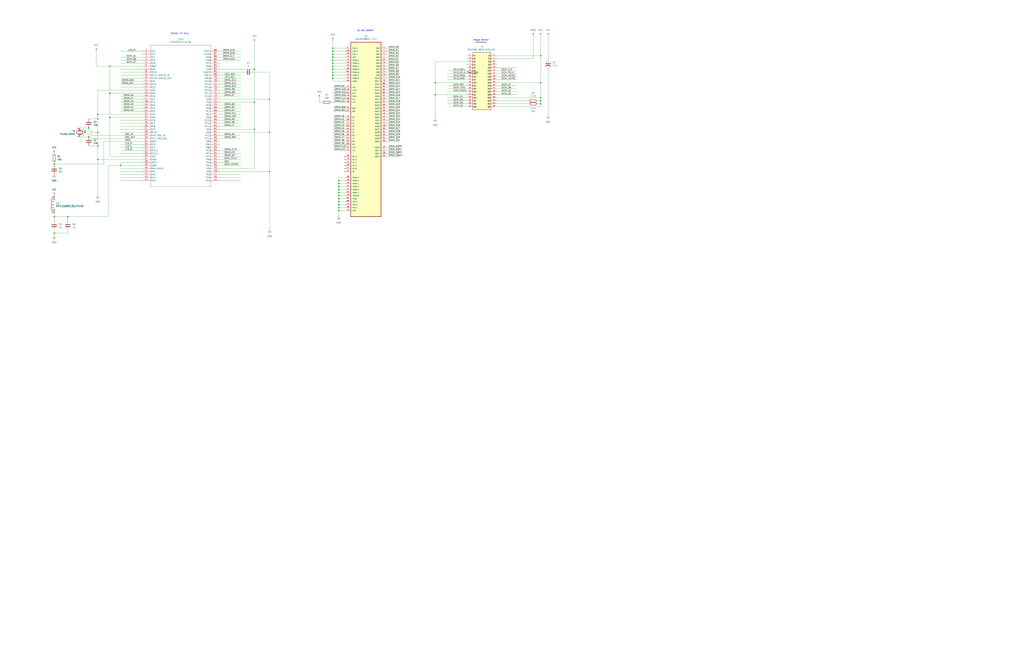
<source format=kicad_sch>
(kicad_sch (version 20231120) (generator "eeschema") (generator_version "8.0")
  (paper "User" 863.6 558.8)
  (junction (at 455.93 69.85))
  (junction (at 285.75 167.64))
  (junction (at 227.33 144.78))
  (junction (at 227.33 83.82))
  (junction (at 227.33 111.76))
  (junction (at 45.72 138.43))
  (junction (at 280.67 50.8))
  (junction (at 285.75 170.18))
  (junction (at 285.75 154.94))
  (junction (at 214.63 109.22))
  (junction (at 455.93 82.55))
  (junction (at 280.67 60.96))
  (junction (at 367.03 69.85))
  (junction (at 285.75 157.48))
  (junction (at 285.75 172.72))
  (junction (at 280.67 45.72))
  (junction (at 280.67 53.34))
  (junction (at 214.63 58.42))
  (junction (at 455.93 87.63))
  (junction (at 214.63 86.36))
  (junction (at 92.71 55.88))
  (junction (at 280.67 66.04))
  (junction (at 285.75 165.1))
  (junction (at 45.72 182.88))
  (junction (at 74.93 107.95))
  (junction (at 92.71 78.74))
  (junction (at 280.67 40.64))
  (junction (at 285.75 177.8))
  (junction (at 82.55 96.52))
  (junction (at 45.72 196.85))
  (junction (at 285.75 175.26))
  (junction (at 285.75 162.56))
  (junction (at 280.67 43.18))
  (junction (at 74.93 115.57))
  (junction (at 92.71 99.06))
  (junction (at 57.15 182.88))
  (junction (at 101.6 139.7))
  (junction (at 82.55 134.62))
  (junction (at 280.67 55.88))
  (junction (at 82.55 123.19))
  (junction (at 285.75 160.02))
  (junction (at 82.55 100.33))
  (junction (at 367.03 80.01))
  (junction (at 280.67 48.26))
  (junction (at 280.67 58.42))
  (junction (at 455.93 85.09))
  (junction (at 455.93 46.99))
  (junction (at 280.67 63.5))
  (junction (at 82.55 111.76))
  (junction (at 285.75 152.4))
  (wire (pts (xy 101.6 86.36) (xy 119.38 86.36)))
  (wire (pts (xy 185.42 78.74) (xy 203.2 78.74)))
  (wire (pts (xy 101.6 109.22) (xy 119.38 109.22)))
  (wire (pts (xy 76.2 113.03) (xy 76.2 116.84)))
  (wire (pts (xy 280.67 40.64) (xy 280.67 43.18)))
  (wire (pts (xy 185.42 116.84) (xy 203.2 116.84)))
  (wire (pts (xy 455.93 82.55) (xy 455.93 69.85)))
  (wire (pts (xy 367.03 52.07) (xy 393.7 52.07)))
  (wire (pts (xy 57.15 182.88) (xy 57.15 186.69)))
  (wire (pts (xy 280.67 63.5) (xy 290.83 63.5)))
  (wire (pts (xy 74.93 107.95) (xy 74.93 110.49)))
  (wire (pts (xy 77.47 110.49) (xy 77.47 114.3)))
  (wire (pts (xy 280.67 99.06) (xy 290.83 99.06)))
  (wire (pts (xy 455.93 46.99) (xy 455.93 69.85)))
  (wire (pts (xy 101.6 152.4) (xy 119.38 152.4)))
  (wire (pts (xy 419.1 90.17) (xy 455.93 90.17)))
  (wire (pts (xy 326.39 40.64) (xy 336.55 40.64)))
  (wire (pts (xy 227.33 60.96) (xy 227.33 83.82)))
  (wire (pts (xy 280.67 55.88) (xy 280.67 58.42)))
  (wire (pts (xy 101.6 53.34) (xy 119.38 53.34)))
  (wire (pts (xy 185.42 71.12) (xy 203.2 71.12)))
  (wire (pts (xy 326.39 63.5) (xy 336.55 63.5)))
  (wire (pts (xy 326.39 127) (xy 336.55 127)))
  (wire (pts (xy 101.6 48.26) (xy 119.38 48.26)))
  (wire (pts (xy 377.19 67.31) (xy 393.7 67.31)))
  (wire (pts (xy 326.39 104.14) (xy 336.55 104.14)))
  (wire (pts (xy 45.72 196.85) (xy 45.72 194.31)))
  (wire (pts (xy 326.39 43.18) (xy 336.55 43.18)))
  (wire (pts (xy 326.39 96.52) (xy 336.55 96.52)))
  (wire (pts (xy 326.39 81.28) (xy 336.55 81.28)))
  (wire (pts (xy 326.39 76.2) (xy 336.55 76.2)))
  (wire (pts (xy 280.67 60.96) (xy 290.83 60.96)))
  (wire (pts (xy 377.19 77.47) (xy 393.7 77.47)))
  (wire (pts (xy 92.71 55.88) (xy 119.38 55.88)))
  (wire (pts (xy 101.6 127) (xy 119.38 127)))
  (wire (pts (xy 419.1 67.31) (xy 435.61 67.31)))
  (wire (pts (xy 45.72 180.34) (xy 45.72 182.88)))
  (wire (pts (xy 367.03 100.33) (xy 367.03 80.01)))
  (wire (pts (xy 185.42 144.78) (xy 227.33 144.78)))
  (wire (pts (xy 419.1 72.39) (xy 435.61 72.39)))
  (wire (pts (xy 280.67 40.64) (xy 290.83 40.64)))
  (wire (pts (xy 326.39 71.12) (xy 336.55 71.12)))
  (wire (pts (xy 214.63 58.42) (xy 214.63 86.36)))
  (wire (pts (xy 185.42 86.36) (xy 214.63 86.36)))
  (wire (pts (xy 280.67 66.04) (xy 290.83 66.04)))
  (wire (pts (xy 101.6 93.98) (xy 119.38 93.98)))
  (wire (pts (xy 419.1 74.93) (xy 435.61 74.93)))
  (wire (pts (xy 185.42 83.82) (xy 227.33 83.82)))
  (wire (pts (xy 280.67 53.34) (xy 280.67 55.88)))
  (wire (pts (xy 419.1 62.23) (xy 435.61 62.23)))
  (wire (pts (xy 101.6 50.8) (xy 119.38 50.8)))
  (wire (pts (xy 185.42 147.32) (xy 203.2 147.32)))
  (wire (pts (xy 285.75 175.26) (xy 290.83 175.26)))
  (wire (pts (xy 227.33 144.78) (xy 227.33 194.31)))
  (wire (pts (xy 280.67 48.26) (xy 290.83 48.26)))
  (wire (pts (xy 280.67 83.82) (xy 290.83 83.82)))
  (wire (pts (xy 455.93 90.17) (xy 455.93 87.63)))
  (wire (pts (xy 326.39 111.76) (xy 336.55 111.76)))
  (wire (pts (xy 74.93 123.19) (xy 82.55 123.19)))
  (wire (pts (xy 285.75 154.94) (xy 290.83 154.94)))
  (wire (pts (xy 280.67 48.26) (xy 280.67 50.8)))
  (wire (pts (xy 101.6 81.28) (xy 119.38 81.28)))
  (wire (pts (xy 214.63 86.36) (xy 214.63 109.22)))
  (wire (pts (xy 87.63 119.38) (xy 87.63 138.43)))
  (wire (pts (xy 185.42 63.5) (xy 203.2 63.5)))
  (wire (pts (xy 185.42 81.28) (xy 203.2 81.28)))
  (wire (pts (xy 185.42 73.66) (xy 203.2 73.66)))
  (wire (pts (xy 45.72 182.88) (xy 57.15 182.88)))
  (wire (pts (xy 285.75 175.26) (xy 285.75 177.8)))
  (wire (pts (xy 101.6 149.86) (xy 119.38 149.86)))
  (wire (pts (xy 280.67 45.72) (xy 290.83 45.72)))
  (wire (pts (xy 101.6 83.82) (xy 119.38 83.82)))
  (wire (pts (xy 67.31 107.95) (xy 74.93 107.95)))
  (wire (pts (xy 419.1 57.15) (xy 435.61 57.15)))
  (wire (pts (xy 280.67 76.2) (xy 290.83 76.2)))
  (wire (pts (xy 92.71 132.08) (xy 92.71 99.06)))
  (wire (pts (xy 285.75 167.64) (xy 285.75 170.18)))
  (wire (pts (xy 285.75 160.02) (xy 285.75 162.56)))
  (wire (pts (xy 185.42 134.62) (xy 203.2 134.62)))
  (wire (pts (xy 453.39 87.63) (xy 455.93 87.63)))
  (wire (pts (xy 76.2 116.84) (xy 119.38 116.84)))
  (wire (pts (xy 419.1 80.01) (xy 435.61 80.01)))
  (wire (pts (xy 82.55 100.33) (xy 82.55 96.52)))
  (wire (pts (xy 326.39 99.06) (xy 336.55 99.06)))
  (wire (pts (xy 419.1 46.99) (xy 455.93 46.99)))
  (wire (pts (xy 419.1 85.09) (xy 445.77 85.09)))
  (wire (pts (xy 74.93 113.03) (xy 74.93 115.57)))
  (wire (pts (xy 101.6 144.78) (xy 119.38 144.78)))
  (wire (pts (xy 455.93 87.63) (xy 455.93 85.09)))
  (wire (pts (xy 101.6 43.18) (xy 119.38 43.18)))
  (wire (pts (xy 185.42 93.98) (xy 203.2 93.98)))
  (wire (pts (xy 101.6 68.58) (xy 119.38 68.58)))
  (wire (pts (xy 280.67 119.38) (xy 290.83 119.38)))
  (wire (pts (xy 101.6 101.6) (xy 119.38 101.6)))
  (wire (pts (xy 101.6 137.16) (xy 101.6 139.7)))
  (wire (pts (xy 280.67 34.29) (xy 280.67 40.64)))
  (wire (pts (xy 269.24 82.55) (xy 269.24 86.36)))
  (wire (pts (xy 101.6 60.96) (xy 119.38 60.96)))
  (wire (pts (xy 67.31 115.57) (xy 74.93 115.57)))
  (wire (pts (xy 101.6 91.44) (xy 119.38 91.44)))
  (wire (pts (xy 419.1 59.69) (xy 435.61 59.69)))
  (wire (pts (xy 455.93 30.48) (xy 455.93 46.99)))
  (wire (pts (xy 453.39 85.09) (xy 455.93 85.09)))
  (wire (pts (xy 377.19 90.17) (xy 393.7 90.17)))
  (wire (pts (xy 280.67 106.68) (xy 290.83 106.68)))
  (wire (pts (xy 326.39 45.72) (xy 336.55 45.72)))
  (wire (pts (xy 101.6 73.66) (xy 119.38 73.66)))
  (wire (pts (xy 77.47 114.3) (xy 119.38 114.3)))
  (wire (pts (xy 185.42 149.86) (xy 203.2 149.86)))
  (wire (pts (xy 279.4 86.36) (xy 290.83 86.36)))
  (wire (pts (xy 377.19 87.63) (xy 393.7 87.63)))
  (wire (pts (xy 101.6 111.76) (xy 119.38 111.76)))
  (wire (pts (xy 280.67 60.96) (xy 280.67 63.5)))
  (wire (pts (xy 101.6 106.68) (xy 119.38 106.68)))
  (wire (pts (xy 227.33 83.82) (xy 227.33 111.76)))
  (wire (pts (xy 45.72 138.43) (xy 45.72 139.7)))
  (wire (pts (xy 462.28 58.42) (xy 462.28 97.79)))
  (wire (pts (xy 377.19 62.23) (xy 393.7 62.23)))
  (wire (pts (xy 214.63 58.42) (xy 214.63 35.56)))
  (wire (pts (xy 185.42 127) (xy 203.2 127)))
  (wire (pts (xy 101.6 139.7) (xy 119.38 139.7)))
  (wire (pts (xy 185.42 114.3) (xy 203.2 114.3)))
  (wire (pts (xy 269.24 86.36) (xy 271.78 86.36)))
  (wire (pts (xy 280.67 58.42) (xy 290.83 58.42)))
  (wire (pts (xy 377.19 64.77) (xy 393.7 64.77)))
  (wire (pts (xy 377.19 59.69) (xy 393.7 59.69)))
  (wire (pts (xy 72.39 111.76) (xy 82.55 111.76)))
  (wire (pts (xy 326.39 109.22) (xy 336.55 109.22)))
  (wire (pts (xy 185.42 139.7) (xy 203.2 139.7)))
  (wire (pts (xy 185.42 152.4) (xy 203.2 152.4)))
  (wire (pts (xy 214.63 109.22) (xy 214.63 142.24)))
  (wire (pts (xy 82.55 96.52) (xy 119.38 96.52)))
  (wire (pts (xy 280.67 55.88) (xy 290.83 55.88)))
  (wire (pts (xy 326.39 58.42) (xy 336.55 58.42)))
  (wire (pts (xy 285.75 152.4) (xy 285.75 154.94)))
  (wire (pts (xy 367.03 69.85) (xy 393.7 69.85)))
  (wire (pts (xy 92.71 132.08) (xy 119.38 132.08)))
  (wire (pts (xy 280.67 43.18) (xy 280.67 45.72)))
  (wire (pts (xy 280.67 43.18) (xy 290.83 43.18)))
  (wire (pts (xy 74.93 100.33) (xy 82.55 100.33)))
  (wire (pts (xy 285.75 165.1) (xy 290.83 165.1)))
  (wire (pts (xy 326.39 73.66) (xy 336.55 73.66)))
  (wire (pts (xy 280.67 68.58) (xy 290.83 68.58)))
  (wire (pts (xy 101.6 142.24) (xy 119.38 142.24)))
  (wire (pts (xy 326.39 50.8) (xy 336.55 50.8)))
  (wire (pts (xy 185.42 101.6) (xy 203.2 101.6)))
  (wire (pts (xy 81.28 55.88) (xy 92.71 55.88)))
  (wire (pts (xy 185.42 50.8) (xy 203.2 50.8)))
  (wire (pts (xy 185.42 109.22) (xy 214.63 109.22)))
  (wire (pts (xy 326.39 53.34) (xy 336.55 53.34)))
  (wire (pts (xy 101.6 88.9) (xy 119.38 88.9)))
  (wire (pts (xy 185.42 111.76) (xy 227.33 111.76)))
  (wire (pts (xy 377.19 74.93) (xy 393.7 74.93)))
  (wire (pts (xy 185.42 43.18) (xy 203.2 43.18)))
  (wire (pts (xy 367.03 80.01) (xy 393.7 80.01)))
  (wire (pts (xy 57.15 194.31) (xy 57.15 196.85)))
  (wire (pts (xy 280.67 58.42) (xy 280.67 60.96)))
  (wire (pts (xy 101.6 129.54) (xy 119.38 129.54)))
  (wire (pts (xy 280.67 104.14) (xy 290.83 104.14)))
  (wire (pts (xy 285.75 162.56) (xy 285.75 165.1)))
  (wire (pts (xy 82.55 96.52) (xy 82.55 76.2)))
  (wire (pts (xy 326.39 60.96) (xy 336.55 60.96)))
  (wire (pts (xy 82.55 111.76) (xy 82.55 100.33)))
  (wire (pts (xy 82.55 123.19) (xy 82.55 111.76)))
  (wire (pts (xy 185.42 60.96) (xy 205.74 60.96)))
  (wire (pts (xy 185.42 142.24) (xy 214.63 142.24)))
  (wire (pts (xy 326.39 55.88) (xy 336.55 55.88)))
  (wire (pts (xy 82.55 134.62) (xy 119.38 134.62)))
  (wire (pts (xy 285.75 177.8) (xy 285.75 182.88)))
  (wire (pts (xy 462.28 30.48) (xy 462.28 50.8)))
  (wire (pts (xy 326.39 124.46) (xy 336.55 124.46)))
  (wire (pts (xy 74.93 113.03) (xy 76.2 113.03)))
  (wire (pts (xy 326.39 101.6) (xy 336.55 101.6)))
  (wire (pts (xy 326.39 88.9) (xy 336.55 88.9)))
  (wire (pts (xy 185.42 137.16) (xy 203.2 137.16)))
  (wire (pts (xy 185.42 132.08) (xy 203.2 132.08)))
  (wire (pts (xy 326.39 68.58) (xy 336.55 68.58)))
  (wire (pts (xy 185.42 45.72) (xy 203.2 45.72)))
  (wire (pts (xy 92.71 78.74) (xy 119.38 78.74)))
  (wire (pts (xy 280.67 101.6) (xy 290.83 101.6)))
  (wire (pts (xy 326.39 86.36) (xy 336.55 86.36)))
  (wire (pts (xy 74.93 110.49) (xy 77.47 110.49)))
  (wire (pts (xy 280.67 127) (xy 290.83 127)))
  (wire (pts (xy 285.75 162.56) (xy 290.83 162.56)))
  (wire (pts (xy 280.67 81.28) (xy 290.83 81.28)))
  (wire (pts (xy 377.19 72.39) (xy 393.7 72.39)))
  (wire (pts (xy 326.39 114.3) (xy 336.55 114.3)))
  (wire (pts (xy 213.36 60.96) (xy 227.33 60.96)))
  (wire (pts (xy 82.55 76.2) (xy 119.38 76.2)))
  (wire (pts (xy 285.75 160.02) (xy 290.83 160.02)))
  (wire (pts (xy 285.75 172.72) (xy 285.75 175.26)))
  (wire (pts (xy 326.39 129.54) (xy 336.55 129.54)))
  (wire (pts (xy 285.75 154.94) (xy 285.75 157.48)))
  (wire (pts (xy 419.1 87.63) (xy 445.77 87.63)))
  (wire (pts (xy 285.75 170.18) (xy 285.75 172.72)))
  (wire (pts (xy 101.6 63.5) (xy 119.38 63.5)))
  (wire (pts (xy 101.6 104.14) (xy 119.38 104.14)))
  (wire (pts (xy 419.1 82.55) (xy 455.93 82.55)))
  (wire (pts (xy 280.67 116.84) (xy 290.83 116.84)))
  (wire (pts (xy 326.39 66.04) (xy 336.55 66.04)))
  (wire (pts (xy 101.6 147.32) (xy 119.38 147.32)))
  (wire (pts (xy 326.39 48.26) (xy 336.55 48.26)))
  (wire (pts (xy 455.93 85.09) (xy 455.93 82.55)))
  (wire (pts (xy 227.33 111.76) (xy 227.33 144.78)))
  (wire (pts (xy 280.67 93.98) (xy 290.83 93.98)))
  (wire (pts (xy 185.42 96.52) (xy 203.2 96.52)))
  (wire (pts (xy 185.42 106.68) (xy 203.2 106.68)))
  (wire (pts (xy 92.71 99.06) (xy 119.38 99.06)))
  (wire (pts (xy 101.6 137.16) (xy 119.38 137.16)))
  (wire (pts (xy 185.42 99.06) (xy 203.2 99.06)))
  (wire (pts (xy 101.6 121.92) (xy 119.38 121.92)))
  (wire (pts (xy 91.44 139.7) (xy 91.44 182.88)))
  (wire (pts (xy 185.42 68.58) (xy 203.2 68.58)))
  (wire (pts (xy 326.39 119.38) (xy 336.55 119.38)))
  (wire (pts (xy 285.75 165.1) (xy 285.75 167.64)))
  (wire (pts (xy 280.67 124.46) (xy 290.83 124.46)))
  (wire (pts (xy 280.67 50.8) (xy 280.67 53.34)))
  (wire (pts (xy 285.75 157.48) (xy 285.75 160.02)))
  (wire (pts (xy 326.39 83.82) (xy 336.55 83.82)))
  (wire (pts (xy 280.67 53.34) (xy 290.83 53.34)))
  (wire (pts (xy 82.55 134.62) (xy 82.55 123.19)))
  (wire (pts (xy 101.6 58.42) (xy 119.38 58.42)))
  (wire (pts (xy 101.6 124.46) (xy 119.38 124.46)))
  (wire (pts (xy 419.1 77.47) (xy 435.61 77.47)))
  (wire (pts (xy 326.39 93.98) (xy 336.55 93.98)))
  (wire (pts (xy 280.67 111.76) (xy 290.83 111.76)))
  (wire (pts (xy 185.42 88.9) (xy 203.2 88.9)))
  (wire (pts (xy 285.75 170.18) (xy 290.83 170.18)))
  (wire (pts (xy 45.72 137.16) (xy 45.72 138.43)))
  (wire (pts (xy 367.03 80.01) (xy 367.03 69.85)))
  (wire (pts (xy 419.1 69.85) (xy 455.93 69.85)))
  (wire (pts (xy 101.6 71.12) (xy 119.38 71.12)))
  (wire (pts (xy 81.28 43.18) (xy 81.28 55.88)))
  (wire (pts (xy 101.6 66.04) (xy 119.38 66.04)))
  (wire (pts (xy 92.71 78.74) (xy 92.71 55.88)))
  (wire (pts (xy 280.67 73.66) (xy 290.83 73.66)))
  (wire (pts (xy 280.67 91.44) (xy 290.83 91.44)))
  (wire (pts (xy 185.42 48.26) (xy 203.2 48.26)))
  (wire (pts (xy 377.19 85.09) (xy 393.7 85.09)))
  (wire (pts (xy 285.75 152.4) (xy 290.83 152.4)))
  (wire (pts (xy 367.03 69.85) (xy 367.03 52.07)))
  (wire (pts (xy 119.38 119.38) (xy 87.63 119.38)))
  (wire (pts (xy 45.72 199.39) (xy 45.72 196.85)))
  (wire (pts (xy 280.67 121.92) (xy 290.83 121.92)))
  (wire (pts (xy 285.75 172.72) (xy 290.83 172.72)))
  (wire (pts (xy 285.75 167.64) (xy 290.83 167.64)))
  (wire (pts (xy 185.42 58.42) (xy 214.63 58.42)))
  (wire (pts (xy 280.67 63.5) (xy 280.67 66.04)))
  (wire (pts (xy 290.83 149.86) (xy 285.75 149.86)))
  (wire (pts (xy 285.75 177.8) (xy 290.83 177.8)))
  (wire (pts (xy 326.39 106.68) (xy 336.55 106.68)))
  (wire (pts (xy 326.39 132.08) (xy 336.55 132.08)))
  (wire (pts (xy 419.1 64.77) (xy 435.61 64.77)))
  (wire (pts (xy 377.19 82.55) (xy 393.7 82.55)))
  (wire (pts (xy 326.39 91.44) (xy 336.55 91.44)))
  (wire (pts (xy 419.1 49.53) (xy 449.58 49.53)))
  (wire (pts (xy 280.67 109.22) (xy 290.83 109.22)))
  (wire (pts (xy 285.75 157.48) (xy 290.83 157.48)))
  (wire (pts (xy 185.42 129.54) (xy 203.2 129.54)))
  (wire (pts (xy 101.6 139.7) (xy 91.44 139.7)))
  (wire (pts (xy 185.42 104.14) (xy 203.2 104.14)))
  (wire (pts (xy 82.55 165.1) (xy 82.55 134.62)))
  (wire (pts (xy 57.15 196.85) (xy 45.72 196.85)))
  (wire (pts (xy 280.67 50.8) (xy 290.83 50.8)))
  (wire (pts (xy 280.67 78.74) (xy 290.83 78.74)))
  (wire (pts (xy 280.67 114.3) (xy 290.83 114.3)))
  (wire (pts (xy 280.67 66.04) (xy 280.67 68.58)))
  (wire (pts (xy 280.67 45.72) (xy 280.67 48.26)))
  (wire (pts (xy 91.44 182.88) (xy 57.15 182.88)))
  (wire (pts (xy 449.58 30.48) (xy 449.58 49.53)))
  (wire (pts (xy 326.39 116.84) (xy 336.55 116.84)))
  (wire (pts (xy 285.75 149.86) (xy 285.75 152.4)))
  (wire (pts (xy 185.42 66.04) (xy 203.2 66.04)))
  (wire (pts (xy 92.71 99.06) (xy 92.71 78.74)))
  (wire (pts (xy 326.39 78.74) (xy 336.55 78.74)))
  (wire (pts (xy 45.72 182.88) (xy 45.72 186.69)))
  (wire (pts (xy 185.42 91.44) (xy 203.2 91.44)))
  (wire (pts (xy 185.42 76.2) (xy 203.2 76.2)))
  (wire (pts (xy 87.63 138.43) (xy 45.72 138.43)))
  (text "STM32-H7 MCU" (at 151.638 28.448 0) (effects (font (size 1.27 1.27))))
  (text "Image Sensor\nConnector" (at 405.638 34.798 0) (effects (font (size 1.27 1.27))))
  (text "32-Bit SDRAM\n" (at 308.102 25.908 0) (effects (font (size 1.27 1.27))))
  (label "DRAM_CLK" (at 281.94 83.82 0))
  (label "DCMI_HSYNC" (at 189.23 139.7 0))
  (label "DRAM_A4" (at 104.14 91.44 0))
  (label "DRAM_A8" (at 189.23 104.14 0))
  (label "DRAM_D11" (at 189.23 71.12 0))
  (label "LED_IR" (at 107.95 43.18 0))
  (label "DCMI_PCLK" (at 422.91 62.23 0))
  (label "DCMI_FSIN" (at 382.27 74.93 0))
  (label "DRAM_BA1" (at 281.94 93.98 0))
  (label "DRAM_A11" (at 281.94 127 0))
  (label "DRAM_D19" (at 327.66 88.9 0))
  (label "DRAM_D15" (at 327.66 78.74 0))
  (label "DCMI_D1" (at 382.27 82.55 0))
  (label "DCMI_D4" (at 106.68 48.26 0))
  (label "DRAM_D23" (at 327.66 99.06 0))
  (label "DRAM_D27" (at 327.66 109.22 0))
  (label "DRAM_D4" (at 189.23 93.98 0))
  (label "DRAM_D18" (at 187.96 45.72 0))
  (label "DCMI_D6" (at 106.68 50.8 0))
  (label "DRAM_D9" (at 327.66 63.5 0))
  (label "LED_R" (at 105.41 121.92 0))
  (label "DRAM_A2" (at 104.14 86.36 0))
  (label "DRAM_CS" (at 281.94 86.36 0))
  (label "DRAM_A0" (at 281.94 99.06 0))
  (label "DCMI_D5" (at 382.27 87.63 0))
  (label "DRAM_D8" (at 327.66 60.96 0))
  (label "DRAM_D9" (at 189.23 76.2 0))
  (label "DRAM_A8" (at 281.94 119.38 0))
  (label "LED_B" (at 105.41 127 0))
  (label "I2C2_SCL" (at 189.23 66.04 0))
  (label "OSC_IN" (at 105.41 114.3 0))
  (label "DRAM_WE" (at 189.23 132.08 0))
  (label "DRAM_A9" (at 281.94 121.92 0))
  (label "DRAM_BA0" (at 281.94 91.44 0))
  (label "DRAM_D2" (at 327.66 45.72 0))
  (label "DRAM_A6" (at 281.94 114.3 0))
  (label "SPI3_SCLK{slash}TRACESWO" (at 382.27 62.23 0))
  (label "DCMI_D3" (at 422.91 80.01 0))
  (label "DRAM_D20" (at 327.66 91.44 0))
  (label "DRAM_RAS" (at 189.23 116.84 0))
  (label "DRAM_D11" (at 327.66 68.58 0))
  (label "DRAM_D10" (at 189.23 73.66 0))
  (label "DRAM_D6" (at 327.66 55.88 0))
  (label "DRAM_DQM1" (at 327.66 127 0))
  (label "DRAM_D17" (at 327.66 83.82 0))
  (label "DRAM_D16" (at 187.96 50.8 0))
  (label "DRAM_D30" (at 327.66 116.84 0))
  (label "DRAM_D19" (at 187.96 43.18 0))
  (label "DRAM_A5" (at 281.94 111.76 0))
  (label "DRAM_A11" (at 189.23 96.52 0))
  (label "DRAM_A5" (at 104.14 93.98 0))
  (label "DCMI_D6" (at 422.91 74.93 0))
  (label "DRAM_D4" (at 327.66 50.8 0))
  (label "DRAM_D22" (at 327.66 96.52 0))
  (label "DCMI_PWDN" (at 382.27 77.47 0))
  (label "DRAM_CLKE" (at 189.23 127 0))
  (label "DRAM_D14" (at 327.66 76.2 0))
  (label "DRAM_D5" (at 327.66 53.34 0))
  (label "DRAM_D8" (at 189.23 78.74 0))
  (label "DRAM_D21" (at 327.66 93.98 0))
  (label "DRAM_D25" (at 327.66 104.14 0))
  (label "DRAM_A2" (at 281.94 104.14 0))
  (label "DAC" (at 189.23 137.16 0))
  (label "DRAM_D31" (at 102.87 71.12 0))
  (label "DRAM_A10" (at 281.94 124.46 0))
  (label "DRAM_D29" (at 327.66 114.3 0))
  (label "DRAM_D26" (at 327.66 106.68 0))
  (label "DRAM_A9" (at 189.23 101.6 0))
  (label "DRAM_D31" (at 327.66 119.38 0))
  (label "DCMI_PCLK" (at 189.23 134.62 0))
  (label "NRST" (at 105.41 119.38 0))
  (label "DRAM_RAS" (at 281.94 81.28 0))
  (label "I2C2_SDA" (at 189.23 63.5 0))
  (label "DRAM_D5" (at 189.23 91.44 0))
  (label "DRAM_A7" (at 189.23 106.68 0))
  (label "DRAM_DQM3" (at 327.66 132.08 0))
  (label "DRAM_D3" (at 327.66 48.26 0))
  (label "DRAM_DQM0" (at 327.66 124.46 0))
  (label "DRAM_DQM2" (at 327.66 129.54 0))
  (label "DRAM_A1" (at 104.14 83.82 0))
  (label "SPI3_MOSI" (at 382.27 67.31 0))
  (label "DRAM_A3" (at 281.94 106.68 0))
  (label "DRAM_D17" (at 187.96 48.26 0))
  (label "SPI3_MISO" (at 382.27 64.77 0))
  (label "DCMI_VSYNC" (at 422.91 64.77 0))
  (label "DRAM_D16" (at 327.66 81.28 0))
  (label "DRAM_D24" (at 327.66 101.6 0))
  (label "DRAM_A6" (at 189.23 114.3 0))
  (label "DCMI_CLK" (at 422.91 59.69 0))
  (label "DRAM_D12" (at 189.23 68.58 0))
  (label "DRAM_D7" (at 327.66 58.42 0))
  (label "DRAM_A3" (at 104.14 88.9 0))
  (label "DRAM_D1" (at 327.66 43.18 0))
  (label "DRAM_D7" (at 189.23 81.28 0))
  (label "OSC_OUT" (at 105.41 116.84 0))
  (label "LED_G" (at 105.41 124.46 0))
  (label "DRAM_D10" (at 327.66 66.04 0))
  (label "DRAM_D12" (at 327.66 71.12 0))
  (label "DRAM_D0" (at 327.66 40.64 0))
  (label "DRAM_D30" (at 102.87 68.58 0))
  (label "DCMI_D0" (at 382.27 85.09 0))
  (label "DCMI_HSYNC" (at 422.91 67.31 0))
  (label "DRAM_CS" (at 189.23 129.54 0))
  (label "DRAM_D18" (at 327.66 86.36 0))
  (label "DCMI_RST" (at 382.27 72.39 0))
  (label "DRAM_A10" (at 189.23 99.06 0))
  (label "DCMI_D7" (at 422.91 72.39 0))
  (label "DCMI_D2" (at 382.27 90.17 0))
  (label "DCMI_D7" (at 106.68 53.34 0))
  (label "DRAM_A7" (at 281.94 116.84 0))
  (label "SPI3_SSEL" (at 382.27 59.69 0))
  (label "DRAM_A0" (at 104.14 81.28 0))
  (label "DRAM_A4" (at 281.94 109.22 0))
  (label "DRAM_D28" (at 327.66 111.76 0))
  (label "DCMI_D4" (at 422.91 77.47 0))
  (label "DRAM_CKE" (at 281.94 78.74 0))
  (label "DRAM_D13" (at 327.66 73.66 0))
  (label "DRAM_D6" (at 189.23 88.9 0))
  (label "DRAM_A1" (at 281.94 101.6 0))
  (label "DRAM_CAS" (at 281.94 76.2 0))
  (label "DRAM_WE" (at 281.94 73.66 0))
  (symbol (lib_id "power:VCC") (at 45.72 129.54 0) (unit 1)
    (property "Reference" "#PWR011" (effects (hide yes)))
    (property "Value" "VCC" (at 45.72 124.46 0))
    (property "Description" "Power symbol creates a global label with name \"VCC\"" (effects (hide yes)))
  )
  (symbol (lib_id "power:GND") (at 45.72 147.32 0) (unit 1)
    (property "Reference" "#PWR012" (effects (hide yes)))
    (property "Value" "GND" (at 45.72 152.4 0))
    (property "Description" "Power symbol creates a global label with name \"GND\" , ground" (effects (hide yes)))
  )
  (symbol (lib_id "DF12NB-36DS-0.5V_51_:DF12NB-36DS-0.5V_51_") (at 406.4 69.85 0) (unit 1)
    (property "Reference" "J1" (at 406.4 39.37 0))
    (property "Value" "DF12NB-36DS-0.5V_51_" (at 406.4 41.91 0))
    (property "Footprint" "DF12NB-36DS-0.5V_51_:HRS_DF12NB-36DS-0.5V_51_" (effects (hide yes)))
    (property "MANUFACTURER" "HRS" (effects (hide yes)))
  )
  (symbol (lib_id "2024-09-28_20-43-17:STM32H743IIT6") (at 119.38 43.18 0) (unit 1)
    (property "Reference" "U1" (at 152.4 33.02 0) (effects (font (size 1.524 1.524))))
    (property "Value" "STM32H743IIT6" (at 152.4 35.56 0) (effects (font (size 1.524 1.524))))
    (property "Footprint" "LQFP176-24x24mm" (effects (hide yes)))
    (property "Datasheet" "STM32H743IIT6" (effects (hide yes)))
  )
  (symbol (lib_id "power:VCC") (at 45.72 165.1 0) (unit 1)
    (property "Reference" "#PWR013" (effects (hide yes)))
    (property "Value" "VCC" (at 45.72 160.02 0))
    (property "Description" "Power symbol creates a global label with name \"VCC\"" (effects (hide yes)))
  )
  (symbol (lib_id "Device:C") (at 45.72 143.51 0) (unit 1)
    (property "Reference" "C4" (at 49.53 142.2399 0) (effects (justify left)))
    (property "Value" "1u" (at 49.53 144.7799 0) (effects (justify left)))
    (property "Description" "Unpolarized capacitor" (effects (hide yes)))
  )
  (symbol (lib_id "power:GND") (at 45.72 199.39 0) (unit 1)
    (property "Reference" "#PWR014" (effects (hide yes)))
    (property "Value" "GND" (at 45.72 204.47 0))
    (property "Description" "Power symbol creates a global label with name \"GND\" , ground" (effects (hide yes)))
  )
  (symbol (lib_id "power:VDDA") (at 449.58 30.48 0) (unit 1)
    (property "Reference" "#PWR04" (effects (hide yes)))
    (property "Value" "VDDA" (at 449.58 25.4 0))
    (property "Description" "Power symbol creates a global label with name \"VDDA\"" (effects (hide yes)))
  )
  (symbol (lib_id "power:VCC") (at 81.28 43.18 0) (unit 1)
    (property "Reference" "#PWR09" (effects (hide yes)))
    (property "Value" "VCC" (at 81.28 38.1 0))
    (property "Description" "Power symbol creates a global label with name \"VCC\"" (effects (hide yes)))
  )
  (symbol (lib_id "IS42S32800J-7TLI:IS42S32800J-7TLI") (at 308.61 106.68 0) (unit 1)
    (property "Reference" "U2" (at 308.61 30.48 0))
    (property "Value" "IS42S32800J-7TLI" (at 308.61 33.02 0))
    (property "Footprint" "IS42S32800J-7TLI:SOP50P1176X120-86N" (effects (hide yes)))
    (property "MF" "ISSI" (effects (hide yes)))
    (property "Description_1" "\nSDRAM Memory IC 256Mb (8M x 32) Parallel 143 MHz 5.4 ns 86-TSOP II\n" (effects (hide yes)))
    (property "PACKAGE" "TSOP-86" (effects (hide yes)))
    (property "MPN" "IS42S32800J-7TLI" (effects (hide yes)))
    (property "Price" "None" (effects (hide yes)))
    (property "Package" "TSOP-86 ISSI" (effects (hide yes)))
    (property "OC_FARNELL" "1869964" (effects (hide yes)))
    (property "SnapEDA_Link" "https://www.snapeda.com/parts/IS42S32800J-7TLI/ISSI/view-part/?ref=snap" (effects (hide yes)))
    (property "MP" "IS42S32800J-7TLI" (effects (hide yes)))
    (property "SUPPLIER" "INTEGRATED SILICON SOLUTION (ISSI)" (effects (hide yes)))
    (property "OC_NEWARK" "32T7404" (effects (hide yes)))
    (property "Availability" "In Stock" (effects (hide yes)))
    (property "Check_prices" "https://www.snapeda.com/parts/IS42S32800J-7TLI/ISSI/view-part/?ref=eda" (effects (hide yes)))
  )
  (symbol (lib_id "power:VCC") (at 462.28 30.48 0) (unit 1)
    (property "Reference" "#PWR06" (effects (hide yes)))
    (property "Value" "VCC" (at 462.28 25.4 0))
    (property "Description" "Power symbol creates a global label with name \"VCC\"" (effects (hide yes)))
  )
  (symbol (lib_id "Device:R") (at 449.58 87.63 270) (mirror x) (unit 1)
    (property "Reference" "R3" (at 449.58 93.98 90))
    (property "Value" "4.7k" (at 449.58 91.44 90))
    (property "Description" "Resistor" (effects (hide yes)))
  )
  (symbol (lib_id "power:VCC") (at 269.24 82.55 0) (unit 1)
    (property "Reference" "#PWR03" (effects (hide yes)))
    (property "Value" "VCC" (at 269.24 77.47 0))
    (property "Description" "Power symbol creates a global label with name \"VCC\"" (effects (hide yes)))
  )
  (symbol (lib_id "power:GND") (at 227.33 194.31 0) (unit 1)
    (property "Reference" "#PWR016" (effects (hide yes)))
    (property "Value" "GND" (at 227.33 199.39 0))
    (property "Description" "Power symbol creates a global label with name \"GND\" , ground" (effects (hide yes)))
  )
  (symbol (lib_id "power:GND") (at 285.75 182.88 0) (unit 1)
    (property "Reference" "#PWR02" (effects (hide yes)))
    (property "Value" "GND" (at 285.75 187.96 0))
    (property "Description" "Power symbol creates a global label with name \"GND\" , ground" (effects (hide yes)))
  )
  (symbol (lib_id "Device:C") (at 45.72 190.5 0) (unit 1)
    (property "Reference" "C5" (at 49.53 189.2299 0) (effects (justify left)))
    (property "Value" "1u" (at 49.53 191.7699 0) (effects (justify left)))
    (property "Description" "Unpolarized capacitor" (effects (hide yes)))
  )
  (symbol (lib_id "power:GND") (at 367.03 100.33 0) (unit 1)
    (property "Reference" "#PWR08" (effects (hide yes)))
    (property "Value" "GND" (at 367.03 105.41 0))
    (property "Description" "Power symbol creates a global label with name \"GND\" , ground" (effects (hide yes)))
  )
  (symbol (lib_id "Device:R") (at 45.72 133.35 180) (unit 1)
    (property "Reference" "R4" (at 48.26 132.0799 0) (effects (justify right)))
    (property "Value" "10K" (at 48.26 134.6199 0) (effects (justify right)))
    (property "Description" "Resistor" (effects (hide yes)))
  )
  (symbol (lib_id "Device:C") (at 57.15 190.5 0) (unit 1)
    (property "Reference" "C6" (at 60.96 189.2299 0) (effects (justify left)))
    (property "Value" ".1u" (at 60.96 191.7699 0) (effects (justify left)))
    (property "Description" "Unpolarized capacitor" (effects (hide yes)))
  )
  (symbol (lib_id "power:VCC") (at 214.63 35.56 0) (unit 1)
    (property "Reference" "#PWR015" (effects (hide yes)))
    (property "Value" "VCC" (at 214.63 30.48 0))
    (property "Description" "Power symbol creates a global label with name \"VCC\"" (effects (hide yes)))
  )
  (symbol (lib_id "Device:C") (at 74.93 119.38 0) (unit 1)
    (property "Reference" "C2" (at 78.74 118.1099 0) (effects (justify left)))
    (property "Value" "12p" (at 78.74 120.6499 0) (effects (justify left)))
    (property "Description" "Unpolarized capacitor" (effects (hide yes)))
  )
  (symbol (lib_id "Device:R") (at 449.58 85.09 270) (unit 1)
    (property "Reference" "R2" (at 449.834 78.486 90))
    (property "Value" "4.7k" (at 449.834 81.026 90))
    (property "Description" "Resistor" (effects (hide yes)))
  )
  (symbol (lib_id "Device:R") (at 275.59 86.36 90) (unit 1)
    (property "Reference" "R1" (at 275.59 80.01 90))
    (property "Value" "10K" (at 275.59 82.55 90))
    (property "Description" "Resistor" (effects (hide yes)))
  )
  (symbol (lib_id "power:GND") (at 462.28 97.79 0) (unit 1)
    (property "Reference" "#PWR07" (effects (hide yes)))
    (property "Value" "GND" (at 462.28 102.87 0))
    (property "Description" "Power symbol creates a global label with name \"GND\" , ground" (effects (hide yes)))
  )
  (symbol (lib_id "Device:C_Polarized_US") (at 462.28 54.61 0) (unit 1)
    (property "Reference" "C1" (at 466.09 52.7049 0) (effects (justify left)))
    (property "Value" "47u" (at 466.09 55.2449 0) (effects (justify left)))
    (property "Description" "Polarized capacitor, US symbol" (effects (hide yes)))
  )
  (symbol (lib_id "power:VCC") (at 455.93 30.48 0) (unit 1)
    (property "Reference" "#PWR05" (effects (hide yes)))
    (property "Value" "VCC" (at 455.93 25.4 0))
    (property "Description" "Power symbol creates a global label with name \"VCC\"" (effects (hide yes)))
  )
  (symbol (lib_id "Device:C") (at 209.55 60.96 90) (unit 1)
    (property "Reference" "C7" (at 209.55 53.34 90))
    (property "Value" "C" (at 209.55 55.88 90))
    (property "Description" "Unpolarized capacitor" (effects (hide yes)))
  )
  (symbol (lib_id "power:VCC") (at 280.67 34.29 0) (unit 1)
    (property "Reference" "#PWR01" (effects (hide yes)))
    (property "Value" "VCC" (at 280.67 29.21 0))
    (property "Description" "Power symbol creates a global label with name \"VCC\"" (effects (hide yes)))
  )
  (symbol (lib_id "Device:Crystal_GND2") (at 67.31 111.76 90) (unit 1)
    (property "Reference" "Y2" (at 63.5 110.4899 90) (effects (justify left)))
    (property "Value" "Crystal_GND2" (at 63.5 113.0299 90) (effects (justify left)))
    (property "Description" "Three pin crystal, GND on pin 2" (effects (hide yes)))
  )
  (symbol (lib_id "Device:C") (at 74.93 104.14 0) (unit 1)
    (property "Reference" "C3" (at 78.74 102.8699 0) (effects (justify left)))
    (property "Value" "12p" (at 78.74 105.4099 0) (effects (justify left)))
    (property "Description" "Unpolarized capacitor" (effects (hide yes)))
  )
  (symbol (lib_id "2024-09-28_22-13-49:MPZ1608S181ATAH0") (at 45.72 180.34 90) (unit 1)
    (property "Reference" "L1" (at 46.99 171.4499 90) (effects (font (size 1.524 1.524)) (justify right)))
    (property "Value" "MPZ1608S181ATAH0" (at 46.99 173.9899 90) (effects (font (size 1.524 1.524)) (justify right)))
    (property "Footprint" "IND_1608_TDK" (effects (hide yes)))
    (property "Datasheet" "MPZ1608S181ATAH0" (effects (hide yes)))
  )
  (symbol (lib_id "power:GND") (at 82.55 165.1 0) (unit 1)
    (property "Reference" "#PWR010" (effects (hide yes)))
    (property "Value" "GND" (at 82.55 170.18 0))
    (property "Description" "Power symbol creates a global label with name \"GND\" , ground" (effects (hide yes)))
  )
)
</source>
